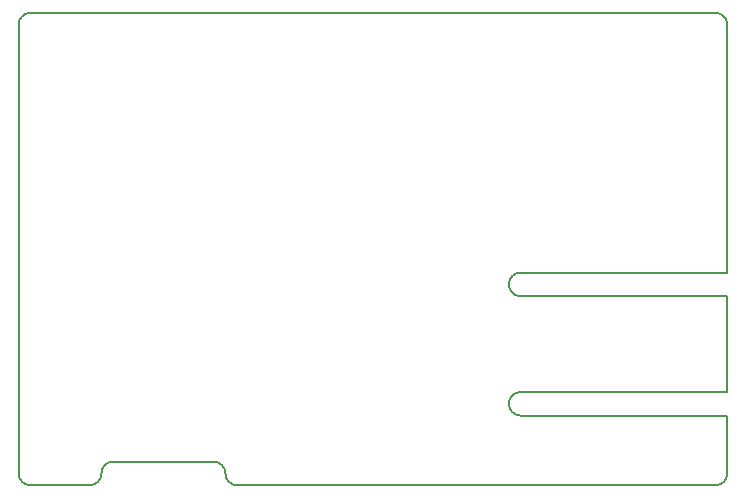
<source format=gbr>
G04 #@! TF.GenerationSoftware,KiCad,Pcbnew,(5.0.2)-1*
G04 #@! TF.CreationDate,2019-02-07T08:47:28-05:00*
G04 #@! TF.ProjectId,HASwitchPlate,48415377-6974-4636-9850-6c6174652e6b,rev?*
G04 #@! TF.SameCoordinates,Original*
G04 #@! TF.FileFunction,Profile,NP*
%FSLAX46Y46*%
G04 Gerber Fmt 4.6, Leading zero omitted, Abs format (unit mm)*
G04 Created by KiCad (PCBNEW (5.0.2)-1) date 2/7/2019 8:47:28 AM*
%MOMM*%
%LPD*%
G01*
G04 APERTURE LIST*
%ADD10C,0.150000*%
G04 APERTURE END LIST*
D10*
X160000000Y-101000000D02*
X160000000Y-122000000D01*
X160000000Y-132100000D02*
X160000000Y-124000000D01*
X141500000Y-123000000D02*
G75*
G03X142500000Y-124000000I1000000J0D01*
G01*
X142500000Y-122000000D02*
G75*
G03X141500000Y-123000000I0J-1000000D01*
G01*
X142500000Y-122000000D02*
X160000000Y-122000000D01*
X142500000Y-124000000D02*
X160000000Y-124000000D01*
X118500000Y-140000000D02*
X159000000Y-140000000D01*
X101000000Y-140000000D02*
X106000000Y-140000000D01*
X108000000Y-138000000D02*
X116500000Y-138000000D01*
X117500000Y-139000000D02*
G75*
G03X118500000Y-140000000I1000000J0D01*
G01*
X117500000Y-139000000D02*
G75*
G03X116500000Y-138000000I-1000000J0D01*
G01*
X107998255Y-138000002D02*
G75*
G03X107000000Y-139000000I1745J-999998D01*
G01*
X106000000Y-140000000D02*
G75*
G03X107000000Y-139000000I0J1000000D01*
G01*
X101000000Y-100000000D02*
G75*
G03X100000000Y-101000000I0J-1000000D01*
G01*
X100000000Y-139000000D02*
G75*
G03X101000000Y-140000000I1000000J0D01*
G01*
X159000000Y-140000000D02*
G75*
G03X160000000Y-139000000I0J1000000D01*
G01*
X160000000Y-101000000D02*
G75*
G03X159000000Y-100000000I-1000000J0D01*
G01*
X141500000Y-133100000D02*
G75*
G03X142500000Y-134100000I1000000J0D01*
G01*
X142500000Y-132100000D02*
G75*
G03X141500000Y-133100000I0J-1000000D01*
G01*
X160000000Y-134100000D02*
X160000000Y-139000000D01*
X142500000Y-134100000D02*
X160000000Y-134100000D01*
X142500000Y-132100000D02*
X160000000Y-132100000D01*
X101000000Y-100000000D02*
X159000000Y-100000000D01*
X100000000Y-101000000D02*
X100000000Y-139000000D01*
M02*

</source>
